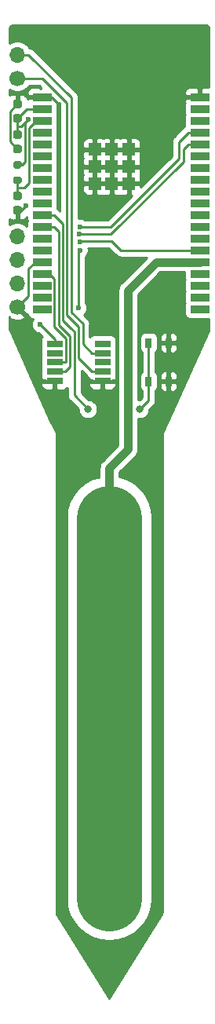
<source format=gbr>
%TF.GenerationSoftware,KiCad,Pcbnew,(5.1.9)-1*%
%TF.CreationDate,2021-03-30T21:26:33+02:00*%
%TF.ProjectId,plant,706c616e-742e-46b6-9963-61645f706362,rev?*%
%TF.SameCoordinates,Original*%
%TF.FileFunction,Copper,L1,Top*%
%TF.FilePolarity,Positive*%
%FSLAX46Y46*%
G04 Gerber Fmt 4.6, Leading zero omitted, Abs format (unit mm)*
G04 Created by KiCad (PCBNEW (5.1.9)-1) date 2021-03-30 21:26:33*
%MOMM*%
%LPD*%
G01*
G04 APERTURE LIST*
%TA.AperFunction,SMDPad,CuDef*%
%ADD10R,0.650000X1.050000*%
%TD*%
%TA.AperFunction,SMDPad,CuDef*%
%ADD11R,1.750000X0.700000*%
%TD*%
%TA.AperFunction,SMDPad,CuDef*%
%ADD12R,1.330000X1.330000*%
%TD*%
%TA.AperFunction,SMDPad,CuDef*%
%ADD13R,2.000000X0.900000*%
%TD*%
%TA.AperFunction,ComponentPad*%
%ADD14C,1.700000*%
%TD*%
%TA.AperFunction,ComponentPad*%
%ADD15O,1.700000X1.700000*%
%TD*%
%TA.AperFunction,ViaPad*%
%ADD16C,0.600000*%
%TD*%
%TA.AperFunction,ViaPad*%
%ADD17C,0.800000*%
%TD*%
%TA.AperFunction,Conductor*%
%ADD18C,0.250000*%
%TD*%
%TA.AperFunction,Conductor*%
%ADD19C,7.000000*%
%TD*%
%TA.AperFunction,Conductor*%
%ADD20C,0.900000*%
%TD*%
%TA.AperFunction,Conductor*%
%ADD21C,0.254000*%
%TD*%
%TA.AperFunction,Conductor*%
%ADD22C,0.100000*%
%TD*%
G04 APERTURE END LIST*
D10*
%TO.P,SW1,2*%
%TO.N,Net-(IC1-Pad11)*%
X167073000Y-99230000D03*
X167073000Y-95080000D03*
%TO.P,SW1,1*%
%TO.N,GND*%
X169223000Y-99230000D03*
X169223000Y-95080000D03*
%TD*%
D11*
%TO.P,IC2,10*%
%TO.N,Net-(IC2-Pad10)*%
X162087000Y-95187000D03*
%TO.P,IC2,9*%
%TO.N,Net-(IC2-Pad9)*%
X162087000Y-96187000D03*
%TO.P,IC2,8*%
%TO.N,Net-(IC2-Pad8)*%
X162087000Y-97187000D03*
%TO.P,IC2,7*%
%TO.N,Net-(IC2-Pad7)*%
X162087000Y-98187000D03*
%TO.P,IC2,6*%
%TO.N,GND*%
X162087000Y-99187000D03*
%TO.P,IC2,5*%
X156937000Y-99187000D03*
%TO.P,IC2,4*%
%TO.N,Net-(IC1-Pad12)*%
X156937000Y-98187000D03*
%TO.P,IC2,3*%
%TO.N,Net-(IC1-Pad16)*%
X156937000Y-97187000D03*
%TO.P,IC2,2*%
%TO.N,Net-(IC2-Pad2)*%
X156937000Y-96187000D03*
%TO.P,IC2,1*%
%TO.N,+3V3*%
X156937000Y-95187000D03*
%TD*%
D12*
%TO.P,IC1,47*%
%TO.N,GND*%
X164919000Y-77915000D03*
%TO.P,IC1,46*%
X163084000Y-77915000D03*
%TO.P,IC1,45*%
X161249000Y-77915000D03*
%TO.P,IC1,44*%
X164919000Y-74245000D03*
%TO.P,IC1,43*%
X163084000Y-74245000D03*
%TO.P,IC1,42*%
X161249000Y-74245000D03*
%TO.P,IC1,41*%
X164919000Y-76080000D03*
%TO.P,IC1,40*%
X161249000Y-76080000D03*
%TO.P,IC1,39*%
X163084000Y-76080000D03*
D13*
%TO.P,IC1,38*%
X172584000Y-68580000D03*
%TO.P,IC1,37*%
%TO.N,Net-(IC1-Pad37)*%
X172584000Y-69850000D03*
%TO.P,IC1,36*%
%TO.N,Net-(IC1-Pad36)*%
X172584000Y-71120000D03*
%TO.P,IC1,35*%
%TO.N,Net-(IC1-Pad35)*%
X172584000Y-72390000D03*
%TO.P,IC1,34*%
%TO.N,Net-(IC1-Pad34)*%
X172584000Y-73660000D03*
%TO.P,IC1,33*%
%TO.N,Net-(IC1-Pad33)*%
X172584000Y-74930000D03*
%TO.P,IC1,32*%
%TO.N,Net-(IC1-Pad32)*%
X172584000Y-76200000D03*
%TO.P,IC1,31*%
%TO.N,Net-(IC1-Pad31)*%
X172584000Y-77470000D03*
%TO.P,IC1,30*%
%TO.N,Net-(IC1-Pad30)*%
X172584000Y-78740000D03*
%TO.P,IC1,29*%
%TO.N,Net-(IC1-Pad29)*%
X172584000Y-80010000D03*
%TO.P,IC1,28*%
%TO.N,Net-(IC1-Pad28)*%
X172584000Y-81280000D03*
%TO.P,IC1,27*%
%TO.N,Net-(IC1-Pad27)*%
X172584000Y-82550000D03*
%TO.P,IC1,26*%
%TO.N,Net-(IC1-Pad26)*%
X172584000Y-83820000D03*
%TO.P,IC1,25*%
%TO.N,Net-(IC1-Pad25)*%
X172584000Y-85090000D03*
%TO.P,IC1,24*%
%TO.N,/TOUCH*%
X172584000Y-86360000D03*
%TO.P,IC1,23*%
%TO.N,Net-(IC1-Pad23)*%
X172584000Y-87630000D03*
%TO.P,IC1,22*%
%TO.N,Net-(IC1-Pad22)*%
X172584000Y-88900000D03*
%TO.P,IC1,21*%
%TO.N,Net-(IC1-Pad21)*%
X172584000Y-90170000D03*
%TO.P,IC1,20*%
%TO.N,Net-(IC1-Pad20)*%
X172584000Y-91440000D03*
%TO.P,IC1,19*%
%TO.N,Net-(IC1-Pad19)*%
X155584000Y-91440000D03*
%TO.P,IC1,18*%
%TO.N,Net-(IC1-Pad18)*%
X155584000Y-90170000D03*
%TO.P,IC1,17*%
%TO.N,Net-(IC1-Pad17)*%
X155584000Y-88900000D03*
%TO.P,IC1,16*%
%TO.N,Net-(IC1-Pad16)*%
X155584000Y-87630000D03*
%TO.P,IC1,15*%
%TO.N,GND*%
X155584000Y-86360000D03*
%TO.P,IC1,14*%
%TO.N,Net-(IC1-Pad14)*%
X155584000Y-85090000D03*
%TO.P,IC1,13*%
%TO.N,Net-(IC1-Pad13)*%
X155584000Y-83820000D03*
%TO.P,IC1,12*%
%TO.N,Net-(IC1-Pad12)*%
X155584000Y-82550000D03*
%TO.P,IC1,11*%
%TO.N,Net-(IC1-Pad11)*%
X155584000Y-81280000D03*
%TO.P,IC1,10*%
%TO.N,Net-(IC1-Pad10)*%
X155584000Y-80010000D03*
%TO.P,IC1,9*%
%TO.N,Net-(IC1-Pad9)*%
X155584000Y-78740000D03*
%TO.P,IC1,8*%
%TO.N,Net-(IC1-Pad8)*%
X155584000Y-77470000D03*
%TO.P,IC1,7*%
%TO.N,Net-(IC1-Pad7)*%
X155584000Y-76200000D03*
%TO.P,IC1,6*%
%TO.N,Net-(IC1-Pad6)*%
X155584000Y-74930000D03*
%TO.P,IC1,5*%
%TO.N,Net-(IC1-Pad5)*%
X155584000Y-73660000D03*
%TO.P,IC1,4*%
%TO.N,Net-(IC1-Pad4)*%
X155584000Y-72390000D03*
%TO.P,IC1,3*%
%TO.N,Net-(C1-Pad2)*%
X155584000Y-71120000D03*
%TO.P,IC1,2*%
%TO.N,+3V3*%
X155584000Y-69850000D03*
%TO.P,IC1,1*%
%TO.N,GND*%
X155584000Y-68580000D03*
%TD*%
D14*
%TO.P,J1,1*%
%TO.N,GND*%
X152908000Y-91186000D03*
D15*
%TO.P,J1,2*%
%TO.N,Net-(IC1-Pad25)*%
X152908000Y-88646000D03*
%TO.P,J1,3*%
%TO.N,Net-(IC1-Pad34)*%
X152908000Y-86106000D03*
%TO.P,J1,4*%
%TO.N,Net-(IC1-Pad35)*%
X152908000Y-83566000D03*
%TD*%
%TO.P,J2,2*%
%TO.N,Net-(IC2-Pad9)*%
X152908000Y-64008000D03*
D14*
%TO.P,J2,1*%
%TO.N,Net-(IC2-Pad7)*%
X152908000Y-66548000D03*
%TD*%
%TO.P,R1,1*%
%TO.N,+3V3*%
%TA.AperFunction,SMDPad,CuDef*%
G36*
G01*
X152633000Y-75483000D02*
X153183000Y-75483000D01*
G75*
G02*
X153383000Y-75683000I0J-200000D01*
G01*
X153383000Y-76083000D01*
G75*
G02*
X153183000Y-76283000I-200000J0D01*
G01*
X152633000Y-76283000D01*
G75*
G02*
X152433000Y-76083000I0J200000D01*
G01*
X152433000Y-75683000D01*
G75*
G02*
X152633000Y-75483000I200000J0D01*
G01*
G37*
%TD.AperFunction*%
%TO.P,R1,2*%
%TO.N,Net-(C1-Pad2)*%
%TA.AperFunction,SMDPad,CuDef*%
G36*
G01*
X152633000Y-77133000D02*
X153183000Y-77133000D01*
G75*
G02*
X153383000Y-77333000I0J-200000D01*
G01*
X153383000Y-77733000D01*
G75*
G02*
X153183000Y-77933000I-200000J0D01*
G01*
X152633000Y-77933000D01*
G75*
G02*
X152433000Y-77733000I0J200000D01*
G01*
X152433000Y-77333000D01*
G75*
G02*
X152633000Y-77133000I200000J0D01*
G01*
G37*
%TD.AperFunction*%
%TD*%
%TO.P,C3,1*%
%TO.N,GND*%
%TA.AperFunction,SMDPad,CuDef*%
G36*
G01*
X153158000Y-74631000D02*
X152658000Y-74631000D01*
G75*
G02*
X152433000Y-74406000I0J225000D01*
G01*
X152433000Y-73956000D01*
G75*
G02*
X152658000Y-73731000I225000J0D01*
G01*
X153158000Y-73731000D01*
G75*
G02*
X153383000Y-73956000I0J-225000D01*
G01*
X153383000Y-74406000D01*
G75*
G02*
X153158000Y-74631000I-225000J0D01*
G01*
G37*
%TD.AperFunction*%
%TO.P,C3,2*%
%TO.N,+3V3*%
%TA.AperFunction,SMDPad,CuDef*%
G36*
G01*
X153158000Y-73081000D02*
X152658000Y-73081000D01*
G75*
G02*
X152433000Y-72856000I0J225000D01*
G01*
X152433000Y-72406000D01*
G75*
G02*
X152658000Y-72181000I225000J0D01*
G01*
X153158000Y-72181000D01*
G75*
G02*
X153383000Y-72406000I0J-225000D01*
G01*
X153383000Y-72856000D01*
G75*
G02*
X153158000Y-73081000I-225000J0D01*
G01*
G37*
%TD.AperFunction*%
%TD*%
%TO.P,C2,1*%
%TO.N,GND*%
%TA.AperFunction,SMDPad,CuDef*%
G36*
G01*
X152658000Y-68879000D02*
X153158000Y-68879000D01*
G75*
G02*
X153383000Y-69104000I0J-225000D01*
G01*
X153383000Y-69554000D01*
G75*
G02*
X153158000Y-69779000I-225000J0D01*
G01*
X152658000Y-69779000D01*
G75*
G02*
X152433000Y-69554000I0J225000D01*
G01*
X152433000Y-69104000D01*
G75*
G02*
X152658000Y-68879000I225000J0D01*
G01*
G37*
%TD.AperFunction*%
%TO.P,C2,2*%
%TO.N,+3V3*%
%TA.AperFunction,SMDPad,CuDef*%
G36*
G01*
X152658000Y-70429000D02*
X153158000Y-70429000D01*
G75*
G02*
X153383000Y-70654000I0J-225000D01*
G01*
X153383000Y-71104000D01*
G75*
G02*
X153158000Y-71329000I-225000J0D01*
G01*
X152658000Y-71329000D01*
G75*
G02*
X152433000Y-71104000I0J225000D01*
G01*
X152433000Y-70654000D01*
G75*
G02*
X152658000Y-70429000I225000J0D01*
G01*
G37*
%TD.AperFunction*%
%TD*%
%TO.P,C1,1*%
%TO.N,GND*%
%TA.AperFunction,SMDPad,CuDef*%
G36*
G01*
X153158000Y-81235000D02*
X152658000Y-81235000D01*
G75*
G02*
X152433000Y-81010000I0J225000D01*
G01*
X152433000Y-80560000D01*
G75*
G02*
X152658000Y-80335000I225000J0D01*
G01*
X153158000Y-80335000D01*
G75*
G02*
X153383000Y-80560000I0J-225000D01*
G01*
X153383000Y-81010000D01*
G75*
G02*
X153158000Y-81235000I-225000J0D01*
G01*
G37*
%TD.AperFunction*%
%TO.P,C1,2*%
%TO.N,Net-(C1-Pad2)*%
%TA.AperFunction,SMDPad,CuDef*%
G36*
G01*
X153158000Y-79685000D02*
X152658000Y-79685000D01*
G75*
G02*
X152433000Y-79460000I0J225000D01*
G01*
X152433000Y-79010000D01*
G75*
G02*
X152658000Y-78785000I225000J0D01*
G01*
X153158000Y-78785000D01*
G75*
G02*
X153383000Y-79010000I0J-225000D01*
G01*
X153383000Y-79460000D01*
G75*
G02*
X153158000Y-79685000I-225000J0D01*
G01*
G37*
%TD.AperFunction*%
%TD*%
D16*
%TO.N,Net-(IC1-Pad35)*%
X159640235Y-82583719D03*
%TO.N,Net-(IC1-Pad34)*%
X159622540Y-83383535D03*
%TO.N,Net-(IC1-Pad25)*%
X159639000Y-84200994D03*
D17*
%TO.N,Net-(IC1-Pad11)*%
X160528000Y-102235000D03*
X166116000Y-102235006D03*
D16*
%TO.N,GND*%
X170942000Y-68580000D03*
X153797000Y-80264000D03*
X153924000Y-68326000D03*
X157353000Y-69342000D03*
%TO.N,+3V3*%
X154051000Y-70993000D03*
X159512000Y-91313000D03*
X159639000Y-85090000D03*
X155321000Y-93091000D03*
%TD*%
D18*
%TO.N,Net-(IC1-Pad35)*%
X172584000Y-72390000D02*
X171334000Y-72390000D01*
X170307000Y-75257501D02*
X162980782Y-82583719D01*
X171334000Y-72390000D02*
X170307000Y-73417000D01*
X170307000Y-73417000D02*
X170307000Y-75257501D01*
X162980782Y-82583719D02*
X159640235Y-82583719D01*
%TO.N,Net-(IC1-Pad34)*%
X170815000Y-75565000D02*
X162996465Y-83383535D01*
X162996465Y-83383535D02*
X159622540Y-83383535D01*
X172584000Y-73660000D02*
X171323000Y-73660000D01*
X171323000Y-73660000D02*
X170815000Y-74168000D01*
X170815000Y-74168000D02*
X170815000Y-75565000D01*
%TO.N,Net-(IC1-Pad25)*%
X159765994Y-84074000D02*
X159639000Y-84200994D01*
X163068000Y-84074000D02*
X159765994Y-84074000D01*
X164084000Y-85090000D02*
X163068000Y-84074000D01*
X172584000Y-85090000D02*
X164084000Y-85090000D01*
%TO.N,Net-(IC1-Pad16)*%
X158137001Y-94576999D02*
X156909001Y-93348999D01*
X156937000Y-97187000D02*
X158062000Y-97187000D01*
X156909001Y-93348999D02*
X156909001Y-88189999D01*
X156909001Y-88189999D02*
X156349002Y-87630000D01*
X158062000Y-97187000D02*
X158137001Y-97111999D01*
X156349002Y-87630000D02*
X155584000Y-87630000D01*
X158137001Y-97111999D02*
X158137001Y-94576999D01*
%TO.N,Net-(IC1-Pad12)*%
X157359012Y-93162599D02*
X157359012Y-83075012D01*
X158587012Y-97661988D02*
X158587012Y-94390599D01*
X158587012Y-94390599D02*
X157359012Y-93162599D01*
X158062000Y-98187000D02*
X158587012Y-97661988D01*
X156937000Y-98187000D02*
X158062000Y-98187000D01*
X157359012Y-83075012D02*
X156834000Y-82550000D01*
X156834000Y-82550000D02*
X155584000Y-82550000D01*
%TO.N,Net-(IC1-Pad11)*%
X167073000Y-99230000D02*
X167073000Y-95080000D01*
X157809023Y-92658013D02*
X158623000Y-93471990D01*
X157809023Y-82255023D02*
X157809023Y-92658013D01*
X156834000Y-81280000D02*
X157809023Y-82255023D01*
X155584000Y-81280000D02*
X156834000Y-81280000D01*
X159037022Y-100744022D02*
X160528000Y-102235000D01*
X159037022Y-93886012D02*
X159037022Y-100744022D01*
X158623000Y-93471990D02*
X159037022Y-93886012D01*
X167073000Y-99230000D02*
X167073000Y-101278006D01*
X167073000Y-101278006D02*
X166116000Y-102235006D01*
%TO.N,Net-(IC2-Pad9)*%
X154110081Y-64008000D02*
X152908000Y-64008000D01*
X159962011Y-93033011D02*
X158709045Y-91780045D01*
X158709045Y-68606964D02*
X154110081Y-64008000D01*
X159962011Y-95187011D02*
X159962011Y-93033011D01*
X160962000Y-96187000D02*
X159962011Y-95187011D01*
X158709045Y-91780045D02*
X158709045Y-68606964D01*
X162087000Y-96187000D02*
X160962000Y-96187000D01*
%TO.N,Net-(IC2-Pad7)*%
X155587002Y-66548000D02*
X152908000Y-66548000D01*
X160962000Y-98187000D02*
X159512000Y-96737000D01*
X158259034Y-92092034D02*
X158259034Y-69220032D01*
X162087000Y-98187000D02*
X160962000Y-98187000D01*
X159512000Y-96737000D02*
X159512000Y-93345000D01*
X159512000Y-93345000D02*
X158259034Y-92092034D01*
X158259034Y-69220032D02*
X155587002Y-66548000D01*
%TO.N,Net-(C1-Pad2)*%
X152908000Y-78359000D02*
X152908000Y-77533000D01*
X152908000Y-79235000D02*
X152908000Y-78359000D01*
X153670000Y-78359000D02*
X152908000Y-78359000D01*
X154178000Y-77851000D02*
X153670000Y-78359000D01*
X154178000Y-71882000D02*
X154178000Y-77851000D01*
X154940000Y-71120000D02*
X154178000Y-71882000D01*
X155584000Y-71120000D02*
X154940000Y-71120000D01*
%TO.N,GND*%
X153276000Y-80785000D02*
X153797000Y-80264000D01*
X152908000Y-80785000D02*
X153276000Y-80785000D01*
X152107990Y-70129010D02*
X152908000Y-69329000D01*
X152107990Y-73380990D02*
X152107990Y-70129010D01*
X152908000Y-74181000D02*
X152107990Y-73380990D01*
X154083001Y-90010999D02*
X152908000Y-91186000D01*
X154083001Y-87095997D02*
X154083001Y-90010999D01*
X154818998Y-86360000D02*
X154083001Y-87095997D01*
X155584000Y-86360000D02*
X154818998Y-86360000D01*
X156591000Y-68580000D02*
X157353000Y-69342000D01*
X155584000Y-68580000D02*
X156591000Y-68580000D01*
%TO.N,+3V3*%
X153937000Y-69850000D02*
X152908000Y-70879000D01*
X155584000Y-69850000D02*
X153937000Y-69850000D01*
X153289000Y-71755000D02*
X154051000Y-70993000D01*
X152908000Y-71755000D02*
X153289000Y-71755000D01*
X152908000Y-72631000D02*
X152908000Y-71755000D01*
X152908000Y-71755000D02*
X152908000Y-70879000D01*
X153708010Y-71335990D02*
X154051000Y-70993000D01*
X153708010Y-75557990D02*
X153708010Y-71335990D01*
X153383000Y-75883000D02*
X153708010Y-75557990D01*
X152908000Y-75883000D02*
X153383000Y-75883000D01*
X159512000Y-85217000D02*
X159639000Y-85090000D01*
X159512000Y-91313000D02*
X159512000Y-85217000D01*
X156937000Y-95187000D02*
X156937000Y-94707000D01*
X156937000Y-94707000D02*
X155321000Y-93091000D01*
D19*
%TO.N,/TOUCH*%
X162813999Y-154940000D02*
X162813999Y-113998000D01*
D20*
X167894000Y-86360000D02*
X172584000Y-86360000D01*
X164846000Y-89408000D02*
X167894000Y-86360000D01*
X164846000Y-106553000D02*
X164846000Y-89408000D01*
X162813999Y-108585001D02*
X164846000Y-106553000D01*
X162813999Y-113998000D02*
X162813999Y-108585001D01*
%TD*%
D21*
%TO.N,GND*%
X161496428Y-107704628D02*
X161349992Y-107978590D01*
X161259818Y-108275855D01*
X161229369Y-108585001D01*
X161237000Y-108662478D01*
X161237000Y-109641176D01*
X161034756Y-109702526D01*
X160230938Y-110132175D01*
X159526386Y-110710386D01*
X158948175Y-111414938D01*
X158518526Y-112218756D01*
X158253949Y-113090949D01*
X158187000Y-113770692D01*
X158186999Y-155167307D01*
X158253948Y-155847050D01*
X158518525Y-156719243D01*
X158948174Y-157523061D01*
X159526385Y-158227614D01*
X160230937Y-158805825D01*
X161034755Y-159235474D01*
X161906948Y-159500051D01*
X162813999Y-159589388D01*
X163721049Y-159500051D01*
X164593242Y-159235474D01*
X165397060Y-158805825D01*
X166101613Y-158227614D01*
X166679824Y-157523062D01*
X167109473Y-156719244D01*
X167374050Y-155847051D01*
X167440999Y-155167308D01*
X167440999Y-113770692D01*
X167374050Y-113090949D01*
X167109473Y-112218756D01*
X166679824Y-111414938D01*
X166101613Y-110710386D01*
X165397061Y-110132175D01*
X164593243Y-109702526D01*
X164390999Y-109641176D01*
X164390999Y-109238215D01*
X165906322Y-107722892D01*
X165966503Y-107673503D01*
X166052266Y-107569000D01*
X168520000Y-107569000D01*
X168520001Y-156530387D01*
X168512488Y-156612171D01*
X168504485Y-156639280D01*
X168475345Y-156696404D01*
X162814000Y-165769938D01*
X157155972Y-156701722D01*
X157120835Y-156630956D01*
X157113424Y-156603686D01*
X157108000Y-156536662D01*
X157108000Y-107569000D01*
X161607735Y-107569000D01*
X161496428Y-107704628D01*
%TA.AperFunction,Conductor*%
D22*
G36*
X161496428Y-107704628D02*
G01*
X161349992Y-107978590D01*
X161259818Y-108275855D01*
X161229369Y-108585001D01*
X161237000Y-108662478D01*
X161237000Y-109641176D01*
X161034756Y-109702526D01*
X160230938Y-110132175D01*
X159526386Y-110710386D01*
X158948175Y-111414938D01*
X158518526Y-112218756D01*
X158253949Y-113090949D01*
X158187000Y-113770692D01*
X158186999Y-155167307D01*
X158253948Y-155847050D01*
X158518525Y-156719243D01*
X158948174Y-157523061D01*
X159526385Y-158227614D01*
X160230937Y-158805825D01*
X161034755Y-159235474D01*
X161906948Y-159500051D01*
X162813999Y-159589388D01*
X163721049Y-159500051D01*
X164593242Y-159235474D01*
X165397060Y-158805825D01*
X166101613Y-158227614D01*
X166679824Y-157523062D01*
X167109473Y-156719244D01*
X167374050Y-155847051D01*
X167440999Y-155167308D01*
X167440999Y-113770692D01*
X167374050Y-113090949D01*
X167109473Y-112218756D01*
X166679824Y-111414938D01*
X166101613Y-110710386D01*
X165397061Y-110132175D01*
X164593243Y-109702526D01*
X164390999Y-109641176D01*
X164390999Y-109238215D01*
X165906322Y-107722892D01*
X165966503Y-107673503D01*
X166052266Y-107569000D01*
X168520000Y-107569000D01*
X168520001Y-156530387D01*
X168512488Y-156612171D01*
X168504485Y-156639280D01*
X168475345Y-156696404D01*
X162814000Y-165769938D01*
X157155972Y-156701722D01*
X157120835Y-156630956D01*
X157113424Y-156603686D01*
X157108000Y-156536662D01*
X157108000Y-107569000D01*
X161607735Y-107569000D01*
X161496428Y-107704628D01*
G37*
%TD.AperFunction*%
%TD*%
D21*
%TO.N,GND*%
X163520200Y-85601002D02*
X163543999Y-85630001D01*
X163572997Y-85653799D01*
X163659723Y-85724974D01*
X163770489Y-85784180D01*
X163791753Y-85795546D01*
X163935014Y-85839003D01*
X164046667Y-85850000D01*
X164046677Y-85850000D01*
X164084000Y-85853676D01*
X164121322Y-85850000D01*
X166869578Y-85850000D01*
X164116470Y-88603109D01*
X164075079Y-88637078D01*
X164041110Y-88678469D01*
X164041105Y-88678474D01*
X164018670Y-88705812D01*
X163939492Y-88802290D01*
X163858575Y-88953675D01*
X163838742Y-88990780D01*
X163776700Y-89195303D01*
X163755752Y-89408000D01*
X163761001Y-89461296D01*
X163761000Y-106103578D01*
X162084469Y-107780110D01*
X162043078Y-107814079D01*
X162009109Y-107855470D01*
X162009104Y-107855475D01*
X161955226Y-107921126D01*
X161907491Y-107979291D01*
X161806741Y-108167781D01*
X161744699Y-108372304D01*
X161723751Y-108585001D01*
X161729000Y-108638297D01*
X161729000Y-109568652D01*
X160975471Y-109702343D01*
X157106942Y-109613597D01*
X157106942Y-104855067D01*
X157102886Y-104823227D01*
X157094312Y-104799854D01*
X156383112Y-103326654D01*
X156374339Y-103311310D01*
X156371494Y-103307843D01*
X154690238Y-99537000D01*
X155423928Y-99537000D01*
X155436188Y-99661482D01*
X155472498Y-99781180D01*
X155531463Y-99891494D01*
X155610815Y-99988185D01*
X155707506Y-100067537D01*
X155817820Y-100126502D01*
X155937518Y-100162812D01*
X156062000Y-100175072D01*
X156651250Y-100172000D01*
X156810000Y-100013250D01*
X156810000Y-99314000D01*
X155585750Y-99314000D01*
X155427000Y-99472750D01*
X155423928Y-99537000D01*
X154690238Y-99537000D01*
X152109564Y-93748878D01*
X152062158Y-93606059D01*
X152044000Y-93461564D01*
X152044000Y-92229608D01*
X152059209Y-92214399D01*
X152136843Y-92463472D01*
X152400883Y-92589371D01*
X152684411Y-92661339D01*
X152976531Y-92676611D01*
X153266019Y-92634599D01*
X153541747Y-92536919D01*
X153679157Y-92463472D01*
X153756792Y-92214397D01*
X152908000Y-91365605D01*
X152893858Y-91379748D01*
X152714253Y-91200143D01*
X152728395Y-91186000D01*
X152714253Y-91171858D01*
X152893858Y-90992253D01*
X152908000Y-91006395D01*
X152922143Y-90992253D01*
X153101748Y-91171858D01*
X153087605Y-91186000D01*
X153936397Y-92034792D01*
X153961934Y-92026832D01*
X153994498Y-92134180D01*
X154053463Y-92244494D01*
X154132815Y-92341185D01*
X154229506Y-92420537D01*
X154339820Y-92479502D01*
X154459518Y-92515812D01*
X154573324Y-92527021D01*
X154492414Y-92648111D01*
X154421932Y-92818271D01*
X154386000Y-92998911D01*
X154386000Y-93183089D01*
X154421932Y-93363729D01*
X154492414Y-93533889D01*
X154594738Y-93687028D01*
X154724972Y-93817262D01*
X154878111Y-93919586D01*
X155048271Y-93990068D01*
X155169351Y-94014153D01*
X155579352Y-94424153D01*
X155531463Y-94482506D01*
X155472498Y-94592820D01*
X155436188Y-94712518D01*
X155423928Y-94837000D01*
X155423928Y-95537000D01*
X155436188Y-95661482D01*
X155443929Y-95687000D01*
X155436188Y-95712518D01*
X155423928Y-95837000D01*
X155423928Y-96537000D01*
X155436188Y-96661482D01*
X155443929Y-96687000D01*
X155436188Y-96712518D01*
X155423928Y-96837000D01*
X155423928Y-97537000D01*
X155436188Y-97661482D01*
X155443929Y-97687000D01*
X155436188Y-97712518D01*
X155423928Y-97837000D01*
X155423928Y-98537000D01*
X155436188Y-98661482D01*
X155443929Y-98687000D01*
X155436188Y-98712518D01*
X155423928Y-98837000D01*
X155427000Y-98901250D01*
X155585750Y-99060000D01*
X155698322Y-99060000D01*
X155707506Y-99067537D01*
X155817820Y-99126502D01*
X155937518Y-99162812D01*
X156062000Y-99175072D01*
X157084000Y-99175072D01*
X157084000Y-99314000D01*
X157064000Y-99314000D01*
X157064000Y-100013250D01*
X157222750Y-100172000D01*
X157812000Y-100175072D01*
X157936482Y-100162812D01*
X158056180Y-100126502D01*
X158166494Y-100067537D01*
X158263185Y-99988185D01*
X158277023Y-99971323D01*
X158277023Y-100706690D01*
X158273346Y-100744022D01*
X158288020Y-100893007D01*
X158331476Y-101036268D01*
X158402048Y-101168298D01*
X158473223Y-101255024D01*
X158497022Y-101284023D01*
X158526020Y-101307821D01*
X159493000Y-102274802D01*
X159493000Y-102336939D01*
X159532774Y-102536898D01*
X159610795Y-102725256D01*
X159724063Y-102894774D01*
X159868226Y-103038937D01*
X160037744Y-103152205D01*
X160226102Y-103230226D01*
X160426061Y-103270000D01*
X160629939Y-103270000D01*
X160829898Y-103230226D01*
X161018256Y-103152205D01*
X161187774Y-103038937D01*
X161331937Y-102894774D01*
X161445205Y-102725256D01*
X161523226Y-102536898D01*
X161563000Y-102336939D01*
X161563000Y-102133061D01*
X161523226Y-101933102D01*
X161445205Y-101744744D01*
X161331937Y-101575226D01*
X161187774Y-101431063D01*
X161018256Y-101317795D01*
X160829898Y-101239774D01*
X160629939Y-101200000D01*
X160567802Y-101200000D01*
X159797022Y-100429221D01*
X159797022Y-99537000D01*
X160573928Y-99537000D01*
X160586188Y-99661482D01*
X160622498Y-99781180D01*
X160681463Y-99891494D01*
X160760815Y-99988185D01*
X160857506Y-100067537D01*
X160967820Y-100126502D01*
X161087518Y-100162812D01*
X161212000Y-100175072D01*
X161801250Y-100172000D01*
X161960000Y-100013250D01*
X161960000Y-99314000D01*
X162214000Y-99314000D01*
X162214000Y-100013250D01*
X162372750Y-100172000D01*
X162962000Y-100175072D01*
X163086482Y-100162812D01*
X163206180Y-100126502D01*
X163316494Y-100067537D01*
X163413185Y-99988185D01*
X163492537Y-99891494D01*
X163551502Y-99781180D01*
X163587812Y-99661482D01*
X163600072Y-99537000D01*
X163597000Y-99472750D01*
X163438250Y-99314000D01*
X162214000Y-99314000D01*
X161960000Y-99314000D01*
X160735750Y-99314000D01*
X160577000Y-99472750D01*
X160573928Y-99537000D01*
X159797022Y-99537000D01*
X159797022Y-98096824D01*
X160398201Y-98698003D01*
X160421999Y-98727001D01*
X160537724Y-98821974D01*
X160574140Y-98841439D01*
X160577000Y-98901250D01*
X160735750Y-99060000D01*
X160848322Y-99060000D01*
X160857506Y-99067537D01*
X160967820Y-99126502D01*
X161087518Y-99162812D01*
X161212000Y-99175072D01*
X162962000Y-99175072D01*
X163086482Y-99162812D01*
X163206180Y-99126502D01*
X163316494Y-99067537D01*
X163325678Y-99060000D01*
X163438250Y-99060000D01*
X163597000Y-98901250D01*
X163600072Y-98837000D01*
X163587812Y-98712518D01*
X163580071Y-98687000D01*
X163587812Y-98661482D01*
X163600072Y-98537000D01*
X163600072Y-97837000D01*
X163587812Y-97712518D01*
X163580071Y-97687000D01*
X163587812Y-97661482D01*
X163600072Y-97537000D01*
X163600072Y-96837000D01*
X163587812Y-96712518D01*
X163580071Y-96687000D01*
X163587812Y-96661482D01*
X163600072Y-96537000D01*
X163600072Y-95837000D01*
X163587812Y-95712518D01*
X163580071Y-95687000D01*
X163587812Y-95661482D01*
X163600072Y-95537000D01*
X163600072Y-94837000D01*
X163587812Y-94712518D01*
X163551502Y-94592820D01*
X163492537Y-94482506D01*
X163413185Y-94385815D01*
X163316494Y-94306463D01*
X163206180Y-94247498D01*
X163086482Y-94211188D01*
X162962000Y-94198928D01*
X161212000Y-94198928D01*
X161087518Y-94211188D01*
X160967820Y-94247498D01*
X160857506Y-94306463D01*
X160760815Y-94385815D01*
X160722011Y-94433098D01*
X160722011Y-93070344D01*
X160725688Y-93033011D01*
X160711014Y-92884025D01*
X160667557Y-92740764D01*
X160596985Y-92608735D01*
X160525810Y-92522008D01*
X160502012Y-92493010D01*
X160473014Y-92469212D01*
X160069085Y-92065283D01*
X160108028Y-92039262D01*
X160238262Y-91909028D01*
X160340586Y-91755889D01*
X160411068Y-91585729D01*
X160447000Y-91405089D01*
X160447000Y-91220911D01*
X160411068Y-91040271D01*
X160340586Y-90870111D01*
X160272000Y-90767465D01*
X160272000Y-85779290D01*
X160365262Y-85686028D01*
X160467586Y-85532889D01*
X160538068Y-85362729D01*
X160574000Y-85182089D01*
X160574000Y-84997911D01*
X160541396Y-84834000D01*
X162753199Y-84834000D01*
X163520200Y-85601002D01*
%TA.AperFunction,Conductor*%
D22*
G36*
X163520200Y-85601002D02*
G01*
X163543999Y-85630001D01*
X163572997Y-85653799D01*
X163659723Y-85724974D01*
X163770489Y-85784180D01*
X163791753Y-85795546D01*
X163935014Y-85839003D01*
X164046667Y-85850000D01*
X164046677Y-85850000D01*
X164084000Y-85853676D01*
X164121322Y-85850000D01*
X166869578Y-85850000D01*
X164116470Y-88603109D01*
X164075079Y-88637078D01*
X164041110Y-88678469D01*
X164041105Y-88678474D01*
X164018670Y-88705812D01*
X163939492Y-88802290D01*
X163858575Y-88953675D01*
X163838742Y-88990780D01*
X163776700Y-89195303D01*
X163755752Y-89408000D01*
X163761001Y-89461296D01*
X163761000Y-106103578D01*
X162084469Y-107780110D01*
X162043078Y-107814079D01*
X162009109Y-107855470D01*
X162009104Y-107855475D01*
X161955226Y-107921126D01*
X161907491Y-107979291D01*
X161806741Y-108167781D01*
X161744699Y-108372304D01*
X161723751Y-108585001D01*
X161729000Y-108638297D01*
X161729000Y-109568652D01*
X160975471Y-109702343D01*
X157106942Y-109613597D01*
X157106942Y-104855067D01*
X157102886Y-104823227D01*
X157094312Y-104799854D01*
X156383112Y-103326654D01*
X156374339Y-103311310D01*
X156371494Y-103307843D01*
X154690238Y-99537000D01*
X155423928Y-99537000D01*
X155436188Y-99661482D01*
X155472498Y-99781180D01*
X155531463Y-99891494D01*
X155610815Y-99988185D01*
X155707506Y-100067537D01*
X155817820Y-100126502D01*
X155937518Y-100162812D01*
X156062000Y-100175072D01*
X156651250Y-100172000D01*
X156810000Y-100013250D01*
X156810000Y-99314000D01*
X155585750Y-99314000D01*
X155427000Y-99472750D01*
X155423928Y-99537000D01*
X154690238Y-99537000D01*
X152109564Y-93748878D01*
X152062158Y-93606059D01*
X152044000Y-93461564D01*
X152044000Y-92229608D01*
X152059209Y-92214399D01*
X152136843Y-92463472D01*
X152400883Y-92589371D01*
X152684411Y-92661339D01*
X152976531Y-92676611D01*
X153266019Y-92634599D01*
X153541747Y-92536919D01*
X153679157Y-92463472D01*
X153756792Y-92214397D01*
X152908000Y-91365605D01*
X152893858Y-91379748D01*
X152714253Y-91200143D01*
X152728395Y-91186000D01*
X152714253Y-91171858D01*
X152893858Y-90992253D01*
X152908000Y-91006395D01*
X152922143Y-90992253D01*
X153101748Y-91171858D01*
X153087605Y-91186000D01*
X153936397Y-92034792D01*
X153961934Y-92026832D01*
X153994498Y-92134180D01*
X154053463Y-92244494D01*
X154132815Y-92341185D01*
X154229506Y-92420537D01*
X154339820Y-92479502D01*
X154459518Y-92515812D01*
X154573324Y-92527021D01*
X154492414Y-92648111D01*
X154421932Y-92818271D01*
X154386000Y-92998911D01*
X154386000Y-93183089D01*
X154421932Y-93363729D01*
X154492414Y-93533889D01*
X154594738Y-93687028D01*
X154724972Y-93817262D01*
X154878111Y-93919586D01*
X155048271Y-93990068D01*
X155169351Y-94014153D01*
X155579352Y-94424153D01*
X155531463Y-94482506D01*
X155472498Y-94592820D01*
X155436188Y-94712518D01*
X155423928Y-94837000D01*
X155423928Y-95537000D01*
X155436188Y-95661482D01*
X155443929Y-95687000D01*
X155436188Y-95712518D01*
X155423928Y-95837000D01*
X155423928Y-96537000D01*
X155436188Y-96661482D01*
X155443929Y-96687000D01*
X155436188Y-96712518D01*
X155423928Y-96837000D01*
X155423928Y-97537000D01*
X155436188Y-97661482D01*
X155443929Y-97687000D01*
X155436188Y-97712518D01*
X155423928Y-97837000D01*
X155423928Y-98537000D01*
X155436188Y-98661482D01*
X155443929Y-98687000D01*
X155436188Y-98712518D01*
X155423928Y-98837000D01*
X155427000Y-98901250D01*
X155585750Y-99060000D01*
X155698322Y-99060000D01*
X155707506Y-99067537D01*
X155817820Y-99126502D01*
X155937518Y-99162812D01*
X156062000Y-99175072D01*
X157084000Y-99175072D01*
X157084000Y-99314000D01*
X157064000Y-99314000D01*
X157064000Y-100013250D01*
X157222750Y-100172000D01*
X157812000Y-100175072D01*
X157936482Y-100162812D01*
X158056180Y-100126502D01*
X158166494Y-100067537D01*
X158263185Y-99988185D01*
X158277023Y-99971323D01*
X158277023Y-100706690D01*
X158273346Y-100744022D01*
X158288020Y-100893007D01*
X158331476Y-101036268D01*
X158402048Y-101168298D01*
X158473223Y-101255024D01*
X158497022Y-101284023D01*
X158526020Y-101307821D01*
X159493000Y-102274802D01*
X159493000Y-102336939D01*
X159532774Y-102536898D01*
X159610795Y-102725256D01*
X159724063Y-102894774D01*
X159868226Y-103038937D01*
X160037744Y-103152205D01*
X160226102Y-103230226D01*
X160426061Y-103270000D01*
X160629939Y-103270000D01*
X160829898Y-103230226D01*
X161018256Y-103152205D01*
X161187774Y-103038937D01*
X161331937Y-102894774D01*
X161445205Y-102725256D01*
X161523226Y-102536898D01*
X161563000Y-102336939D01*
X161563000Y-102133061D01*
X161523226Y-101933102D01*
X161445205Y-101744744D01*
X161331937Y-101575226D01*
X161187774Y-101431063D01*
X161018256Y-101317795D01*
X160829898Y-101239774D01*
X160629939Y-101200000D01*
X160567802Y-101200000D01*
X159797022Y-100429221D01*
X159797022Y-99537000D01*
X160573928Y-99537000D01*
X160586188Y-99661482D01*
X160622498Y-99781180D01*
X160681463Y-99891494D01*
X160760815Y-99988185D01*
X160857506Y-100067537D01*
X160967820Y-100126502D01*
X161087518Y-100162812D01*
X161212000Y-100175072D01*
X161801250Y-100172000D01*
X161960000Y-100013250D01*
X161960000Y-99314000D01*
X162214000Y-99314000D01*
X162214000Y-100013250D01*
X162372750Y-100172000D01*
X162962000Y-100175072D01*
X163086482Y-100162812D01*
X163206180Y-100126502D01*
X163316494Y-100067537D01*
X163413185Y-99988185D01*
X163492537Y-99891494D01*
X163551502Y-99781180D01*
X163587812Y-99661482D01*
X163600072Y-99537000D01*
X163597000Y-99472750D01*
X163438250Y-99314000D01*
X162214000Y-99314000D01*
X161960000Y-99314000D01*
X160735750Y-99314000D01*
X160577000Y-99472750D01*
X160573928Y-99537000D01*
X159797022Y-99537000D01*
X159797022Y-98096824D01*
X160398201Y-98698003D01*
X160421999Y-98727001D01*
X160537724Y-98821974D01*
X160574140Y-98841439D01*
X160577000Y-98901250D01*
X160735750Y-99060000D01*
X160848322Y-99060000D01*
X160857506Y-99067537D01*
X160967820Y-99126502D01*
X161087518Y-99162812D01*
X161212000Y-99175072D01*
X162962000Y-99175072D01*
X163086482Y-99162812D01*
X163206180Y-99126502D01*
X163316494Y-99067537D01*
X163325678Y-99060000D01*
X163438250Y-99060000D01*
X163597000Y-98901250D01*
X163600072Y-98837000D01*
X163587812Y-98712518D01*
X163580071Y-98687000D01*
X163587812Y-98661482D01*
X163600072Y-98537000D01*
X163600072Y-97837000D01*
X163587812Y-97712518D01*
X163580071Y-97687000D01*
X163587812Y-97661482D01*
X163600072Y-97537000D01*
X163600072Y-96837000D01*
X163587812Y-96712518D01*
X163580071Y-96687000D01*
X163587812Y-96661482D01*
X163600072Y-96537000D01*
X163600072Y-95837000D01*
X163587812Y-95712518D01*
X163580071Y-95687000D01*
X163587812Y-95661482D01*
X163600072Y-95537000D01*
X163600072Y-94837000D01*
X163587812Y-94712518D01*
X163551502Y-94592820D01*
X163492537Y-94482506D01*
X163413185Y-94385815D01*
X163316494Y-94306463D01*
X163206180Y-94247498D01*
X163086482Y-94211188D01*
X162962000Y-94198928D01*
X161212000Y-94198928D01*
X161087518Y-94211188D01*
X160967820Y-94247498D01*
X160857506Y-94306463D01*
X160760815Y-94385815D01*
X160722011Y-94433098D01*
X160722011Y-93070344D01*
X160725688Y-93033011D01*
X160711014Y-92884025D01*
X160667557Y-92740764D01*
X160596985Y-92608735D01*
X160525810Y-92522008D01*
X160502012Y-92493010D01*
X160473014Y-92469212D01*
X160069085Y-92065283D01*
X160108028Y-92039262D01*
X160238262Y-91909028D01*
X160340586Y-91755889D01*
X160411068Y-91585729D01*
X160447000Y-91405089D01*
X160447000Y-91220911D01*
X160411068Y-91040271D01*
X160340586Y-90870111D01*
X160272000Y-90767465D01*
X160272000Y-85779290D01*
X160365262Y-85686028D01*
X160467586Y-85532889D01*
X160538068Y-85362729D01*
X160574000Y-85182089D01*
X160574000Y-84997911D01*
X160541396Y-84834000D01*
X162753199Y-84834000D01*
X163520200Y-85601002D01*
G37*
%TD.AperFunction*%
D21*
X170945928Y-88080000D02*
X170958188Y-88204482D01*
X170976546Y-88265000D01*
X170958188Y-88325518D01*
X170945928Y-88450000D01*
X170945928Y-89350000D01*
X170958188Y-89474482D01*
X170976546Y-89535000D01*
X170958188Y-89595518D01*
X170945928Y-89720000D01*
X170945928Y-90620000D01*
X170958188Y-90744482D01*
X170976546Y-90805000D01*
X170958188Y-90865518D01*
X170945928Y-90990000D01*
X170945928Y-91890000D01*
X170958188Y-92014482D01*
X170994498Y-92134180D01*
X171053463Y-92244494D01*
X171132815Y-92341185D01*
X171229506Y-92420537D01*
X171339820Y-92479502D01*
X171459518Y-92515812D01*
X171584000Y-92528072D01*
X173584000Y-92528072D01*
X173584000Y-93439721D01*
X173569278Y-93589869D01*
X173527215Y-93729187D01*
X169253815Y-103313880D01*
X169247750Y-103323819D01*
X168536550Y-104797019D01*
X168526360Y-104827456D01*
X168523920Y-104852232D01*
X168523920Y-109617441D01*
X164654707Y-109702309D01*
X163898999Y-109542448D01*
X163898999Y-109034422D01*
X165575531Y-107357891D01*
X165616922Y-107323922D01*
X165650891Y-107282531D01*
X165650895Y-107282527D01*
X165752508Y-107158711D01*
X165853258Y-106970221D01*
X165853259Y-106970220D01*
X165915300Y-106765697D01*
X165931000Y-106606294D01*
X165931000Y-106606287D01*
X165936248Y-106553001D01*
X165931000Y-106499715D01*
X165931000Y-103253484D01*
X166014061Y-103270006D01*
X166217939Y-103270006D01*
X166417898Y-103230232D01*
X166606256Y-103152211D01*
X166775774Y-103038943D01*
X166919937Y-102894780D01*
X167033205Y-102725262D01*
X167111226Y-102536904D01*
X167151000Y-102336945D01*
X167151000Y-102274808D01*
X167584008Y-101841801D01*
X167613001Y-101818007D01*
X167636795Y-101789014D01*
X167636799Y-101789010D01*
X167707973Y-101702283D01*
X167707974Y-101702282D01*
X167778546Y-101570253D01*
X167822003Y-101426992D01*
X167833000Y-101315339D01*
X167833000Y-101315330D01*
X167836676Y-101278007D01*
X167833000Y-101240684D01*
X167833000Y-100219468D01*
X167849185Y-100206185D01*
X167928537Y-100109494D01*
X167987502Y-99999180D01*
X168023812Y-99879482D01*
X168036072Y-99755000D01*
X168259928Y-99755000D01*
X168272188Y-99879482D01*
X168308498Y-99999180D01*
X168367463Y-100109494D01*
X168446815Y-100206185D01*
X168543506Y-100285537D01*
X168653820Y-100344502D01*
X168773518Y-100380812D01*
X168898000Y-100393072D01*
X168937250Y-100390000D01*
X169096000Y-100231250D01*
X169096000Y-99357000D01*
X169350000Y-99357000D01*
X169350000Y-100231250D01*
X169508750Y-100390000D01*
X169548000Y-100393072D01*
X169672482Y-100380812D01*
X169792180Y-100344502D01*
X169902494Y-100285537D01*
X169999185Y-100206185D01*
X170078537Y-100109494D01*
X170137502Y-99999180D01*
X170173812Y-99879482D01*
X170186072Y-99755000D01*
X170183000Y-99515750D01*
X170024250Y-99357000D01*
X169350000Y-99357000D01*
X169096000Y-99357000D01*
X168421750Y-99357000D01*
X168263000Y-99515750D01*
X168259928Y-99755000D01*
X168036072Y-99755000D01*
X168036072Y-98705000D01*
X168259928Y-98705000D01*
X168263000Y-98944250D01*
X168421750Y-99103000D01*
X169096000Y-99103000D01*
X169096000Y-98228750D01*
X169350000Y-98228750D01*
X169350000Y-99103000D01*
X170024250Y-99103000D01*
X170183000Y-98944250D01*
X170186072Y-98705000D01*
X170173812Y-98580518D01*
X170137502Y-98460820D01*
X170078537Y-98350506D01*
X169999185Y-98253815D01*
X169902494Y-98174463D01*
X169792180Y-98115498D01*
X169672482Y-98079188D01*
X169548000Y-98066928D01*
X169508750Y-98070000D01*
X169350000Y-98228750D01*
X169096000Y-98228750D01*
X168937250Y-98070000D01*
X168898000Y-98066928D01*
X168773518Y-98079188D01*
X168653820Y-98115498D01*
X168543506Y-98174463D01*
X168446815Y-98253815D01*
X168367463Y-98350506D01*
X168308498Y-98460820D01*
X168272188Y-98580518D01*
X168259928Y-98705000D01*
X168036072Y-98705000D01*
X168023812Y-98580518D01*
X167987502Y-98460820D01*
X167928537Y-98350506D01*
X167849185Y-98253815D01*
X167833000Y-98240532D01*
X167833000Y-96069468D01*
X167849185Y-96056185D01*
X167928537Y-95959494D01*
X167987502Y-95849180D01*
X168023812Y-95729482D01*
X168036072Y-95605000D01*
X168259928Y-95605000D01*
X168272188Y-95729482D01*
X168308498Y-95849180D01*
X168367463Y-95959494D01*
X168446815Y-96056185D01*
X168543506Y-96135537D01*
X168653820Y-96194502D01*
X168773518Y-96230812D01*
X168898000Y-96243072D01*
X168937250Y-96240000D01*
X169096000Y-96081250D01*
X169096000Y-95207000D01*
X169350000Y-95207000D01*
X169350000Y-96081250D01*
X169508750Y-96240000D01*
X169548000Y-96243072D01*
X169672482Y-96230812D01*
X169792180Y-96194502D01*
X169902494Y-96135537D01*
X169999185Y-96056185D01*
X170078537Y-95959494D01*
X170137502Y-95849180D01*
X170173812Y-95729482D01*
X170186072Y-95605000D01*
X170183000Y-95365750D01*
X170024250Y-95207000D01*
X169350000Y-95207000D01*
X169096000Y-95207000D01*
X168421750Y-95207000D01*
X168263000Y-95365750D01*
X168259928Y-95605000D01*
X168036072Y-95605000D01*
X168036072Y-94555000D01*
X168259928Y-94555000D01*
X168263000Y-94794250D01*
X168421750Y-94953000D01*
X169096000Y-94953000D01*
X169096000Y-94078750D01*
X169350000Y-94078750D01*
X169350000Y-94953000D01*
X170024250Y-94953000D01*
X170183000Y-94794250D01*
X170186072Y-94555000D01*
X170173812Y-94430518D01*
X170137502Y-94310820D01*
X170078537Y-94200506D01*
X169999185Y-94103815D01*
X169902494Y-94024463D01*
X169792180Y-93965498D01*
X169672482Y-93929188D01*
X169548000Y-93916928D01*
X169508750Y-93920000D01*
X169350000Y-94078750D01*
X169096000Y-94078750D01*
X168937250Y-93920000D01*
X168898000Y-93916928D01*
X168773518Y-93929188D01*
X168653820Y-93965498D01*
X168543506Y-94024463D01*
X168446815Y-94103815D01*
X168367463Y-94200506D01*
X168308498Y-94310820D01*
X168272188Y-94430518D01*
X168259928Y-94555000D01*
X168036072Y-94555000D01*
X168023812Y-94430518D01*
X167987502Y-94310820D01*
X167928537Y-94200506D01*
X167849185Y-94103815D01*
X167752494Y-94024463D01*
X167642180Y-93965498D01*
X167522482Y-93929188D01*
X167398000Y-93916928D01*
X166748000Y-93916928D01*
X166623518Y-93929188D01*
X166503820Y-93965498D01*
X166393506Y-94024463D01*
X166296815Y-94103815D01*
X166217463Y-94200506D01*
X166158498Y-94310820D01*
X166122188Y-94430518D01*
X166109928Y-94555000D01*
X166109928Y-95605000D01*
X166122188Y-95729482D01*
X166158498Y-95849180D01*
X166217463Y-95959494D01*
X166296815Y-96056185D01*
X166313001Y-96069468D01*
X166313000Y-98240532D01*
X166296815Y-98253815D01*
X166217463Y-98350506D01*
X166158498Y-98460820D01*
X166122188Y-98580518D01*
X166109928Y-98705000D01*
X166109928Y-99755000D01*
X166122188Y-99879482D01*
X166158498Y-99999180D01*
X166217463Y-100109494D01*
X166296815Y-100206185D01*
X166313000Y-100219468D01*
X166313001Y-100963203D01*
X166076198Y-101200006D01*
X166014061Y-101200006D01*
X165931000Y-101216528D01*
X165931000Y-89857421D01*
X168343422Y-87445000D01*
X170945928Y-87445000D01*
X170945928Y-88080000D01*
%TA.AperFunction,Conductor*%
D22*
G36*
X170945928Y-88080000D02*
G01*
X170958188Y-88204482D01*
X170976546Y-88265000D01*
X170958188Y-88325518D01*
X170945928Y-88450000D01*
X170945928Y-89350000D01*
X170958188Y-89474482D01*
X170976546Y-89535000D01*
X170958188Y-89595518D01*
X170945928Y-89720000D01*
X170945928Y-90620000D01*
X170958188Y-90744482D01*
X170976546Y-90805000D01*
X170958188Y-90865518D01*
X170945928Y-90990000D01*
X170945928Y-91890000D01*
X170958188Y-92014482D01*
X170994498Y-92134180D01*
X171053463Y-92244494D01*
X171132815Y-92341185D01*
X171229506Y-92420537D01*
X171339820Y-92479502D01*
X171459518Y-92515812D01*
X171584000Y-92528072D01*
X173584000Y-92528072D01*
X173584000Y-93439721D01*
X173569278Y-93589869D01*
X173527215Y-93729187D01*
X169253815Y-103313880D01*
X169247750Y-103323819D01*
X168536550Y-104797019D01*
X168526360Y-104827456D01*
X168523920Y-104852232D01*
X168523920Y-109617441D01*
X164654707Y-109702309D01*
X163898999Y-109542448D01*
X163898999Y-109034422D01*
X165575531Y-107357891D01*
X165616922Y-107323922D01*
X165650891Y-107282531D01*
X165650895Y-107282527D01*
X165752508Y-107158711D01*
X165853258Y-106970221D01*
X165853259Y-106970220D01*
X165915300Y-106765697D01*
X165931000Y-106606294D01*
X165931000Y-106606287D01*
X165936248Y-106553001D01*
X165931000Y-106499715D01*
X165931000Y-103253484D01*
X166014061Y-103270006D01*
X166217939Y-103270006D01*
X166417898Y-103230232D01*
X166606256Y-103152211D01*
X166775774Y-103038943D01*
X166919937Y-102894780D01*
X167033205Y-102725262D01*
X167111226Y-102536904D01*
X167151000Y-102336945D01*
X167151000Y-102274808D01*
X167584008Y-101841801D01*
X167613001Y-101818007D01*
X167636795Y-101789014D01*
X167636799Y-101789010D01*
X167707973Y-101702283D01*
X167707974Y-101702282D01*
X167778546Y-101570253D01*
X167822003Y-101426992D01*
X167833000Y-101315339D01*
X167833000Y-101315330D01*
X167836676Y-101278007D01*
X167833000Y-101240684D01*
X167833000Y-100219468D01*
X167849185Y-100206185D01*
X167928537Y-100109494D01*
X167987502Y-99999180D01*
X168023812Y-99879482D01*
X168036072Y-99755000D01*
X168259928Y-99755000D01*
X168272188Y-99879482D01*
X168308498Y-99999180D01*
X168367463Y-100109494D01*
X168446815Y-100206185D01*
X168543506Y-100285537D01*
X168653820Y-100344502D01*
X168773518Y-100380812D01*
X168898000Y-100393072D01*
X168937250Y-100390000D01*
X169096000Y-100231250D01*
X169096000Y-99357000D01*
X169350000Y-99357000D01*
X169350000Y-100231250D01*
X169508750Y-100390000D01*
X169548000Y-100393072D01*
X169672482Y-100380812D01*
X169792180Y-100344502D01*
X169902494Y-100285537D01*
X169999185Y-100206185D01*
X170078537Y-100109494D01*
X170137502Y-99999180D01*
X170173812Y-99879482D01*
X170186072Y-99755000D01*
X170183000Y-99515750D01*
X170024250Y-99357000D01*
X169350000Y-99357000D01*
X169096000Y-99357000D01*
X168421750Y-99357000D01*
X168263000Y-99515750D01*
X168259928Y-99755000D01*
X168036072Y-99755000D01*
X168036072Y-98705000D01*
X168259928Y-98705000D01*
X168263000Y-98944250D01*
X168421750Y-99103000D01*
X169096000Y-99103000D01*
X169096000Y-98228750D01*
X169350000Y-98228750D01*
X169350000Y-99103000D01*
X170024250Y-99103000D01*
X170183000Y-98944250D01*
X170186072Y-98705000D01*
X170173812Y-98580518D01*
X170137502Y-98460820D01*
X170078537Y-98350506D01*
X169999185Y-98253815D01*
X169902494Y-98174463D01*
X169792180Y-98115498D01*
X169672482Y-98079188D01*
X169548000Y-98066928D01*
X169508750Y-98070000D01*
X169350000Y-98228750D01*
X169096000Y-98228750D01*
X168937250Y-98070000D01*
X168898000Y-98066928D01*
X168773518Y-98079188D01*
X168653820Y-98115498D01*
X168543506Y-98174463D01*
X168446815Y-98253815D01*
X168367463Y-98350506D01*
X168308498Y-98460820D01*
X168272188Y-98580518D01*
X168259928Y-98705000D01*
X168036072Y-98705000D01*
X168023812Y-98580518D01*
X167987502Y-98460820D01*
X167928537Y-98350506D01*
X167849185Y-98253815D01*
X167833000Y-98240532D01*
X167833000Y-96069468D01*
X167849185Y-96056185D01*
X167928537Y-95959494D01*
X167987502Y-95849180D01*
X168023812Y-95729482D01*
X168036072Y-95605000D01*
X168259928Y-95605000D01*
X168272188Y-95729482D01*
X168308498Y-95849180D01*
X168367463Y-95959494D01*
X168446815Y-96056185D01*
X168543506Y-96135537D01*
X168653820Y-96194502D01*
X168773518Y-96230812D01*
X168898000Y-96243072D01*
X168937250Y-96240000D01*
X169096000Y-96081250D01*
X169096000Y-95207000D01*
X169350000Y-95207000D01*
X169350000Y-96081250D01*
X169508750Y-96240000D01*
X169548000Y-96243072D01*
X169672482Y-96230812D01*
X169792180Y-96194502D01*
X169902494Y-96135537D01*
X169999185Y-96056185D01*
X170078537Y-95959494D01*
X170137502Y-95849180D01*
X170173812Y-95729482D01*
X170186072Y-95605000D01*
X170183000Y-95365750D01*
X170024250Y-95207000D01*
X169350000Y-95207000D01*
X169096000Y-95207000D01*
X168421750Y-95207000D01*
X168263000Y-95365750D01*
X168259928Y-95605000D01*
X168036072Y-95605000D01*
X168036072Y-94555000D01*
X168259928Y-94555000D01*
X168263000Y-94794250D01*
X168421750Y-94953000D01*
X169096000Y-94953000D01*
X169096000Y-94078750D01*
X169350000Y-94078750D01*
X169350000Y-94953000D01*
X170024250Y-94953000D01*
X170183000Y-94794250D01*
X170186072Y-94555000D01*
X170173812Y-94430518D01*
X170137502Y-94310820D01*
X170078537Y-94200506D01*
X169999185Y-94103815D01*
X169902494Y-94024463D01*
X169792180Y-93965498D01*
X169672482Y-93929188D01*
X169548000Y-93916928D01*
X169508750Y-93920000D01*
X169350000Y-94078750D01*
X169096000Y-94078750D01*
X168937250Y-93920000D01*
X168898000Y-93916928D01*
X168773518Y-93929188D01*
X168653820Y-93965498D01*
X168543506Y-94024463D01*
X168446815Y-94103815D01*
X168367463Y-94200506D01*
X168308498Y-94310820D01*
X168272188Y-94430518D01*
X168259928Y-94555000D01*
X168036072Y-94555000D01*
X168023812Y-94430518D01*
X167987502Y-94310820D01*
X167928537Y-94200506D01*
X167849185Y-94103815D01*
X167752494Y-94024463D01*
X167642180Y-93965498D01*
X167522482Y-93929188D01*
X167398000Y-93916928D01*
X166748000Y-93916928D01*
X166623518Y-93929188D01*
X166503820Y-93965498D01*
X166393506Y-94024463D01*
X166296815Y-94103815D01*
X166217463Y-94200506D01*
X166158498Y-94310820D01*
X166122188Y-94430518D01*
X166109928Y-94555000D01*
X166109928Y-95605000D01*
X166122188Y-95729482D01*
X166158498Y-95849180D01*
X166217463Y-95959494D01*
X166296815Y-96056185D01*
X166313001Y-96069468D01*
X166313000Y-98240532D01*
X166296815Y-98253815D01*
X166217463Y-98350506D01*
X166158498Y-98460820D01*
X166122188Y-98580518D01*
X166109928Y-98705000D01*
X166109928Y-99755000D01*
X166122188Y-99879482D01*
X166158498Y-99999180D01*
X166217463Y-100109494D01*
X166296815Y-100206185D01*
X166313000Y-100219468D01*
X166313001Y-100963203D01*
X166076198Y-101200006D01*
X166014061Y-101200006D01*
X165931000Y-101216528D01*
X165931000Y-89857421D01*
X168343422Y-87445000D01*
X170945928Y-87445000D01*
X170945928Y-88080000D01*
G37*
%TD.AperFunction*%
D21*
X155711000Y-86233000D02*
X155731000Y-86233000D01*
X155731000Y-86487000D01*
X155711000Y-86487000D01*
X155711000Y-86507000D01*
X155457000Y-86507000D01*
X155457000Y-86487000D01*
X155437000Y-86487000D01*
X155437000Y-86233000D01*
X155457000Y-86233000D01*
X155457000Y-86213000D01*
X155711000Y-86213000D01*
X155711000Y-86233000D01*
%TA.AperFunction,Conductor*%
D22*
G36*
X155711000Y-86233000D02*
G01*
X155731000Y-86233000D01*
X155731000Y-86487000D01*
X155711000Y-86487000D01*
X155711000Y-86507000D01*
X155457000Y-86507000D01*
X155457000Y-86487000D01*
X155437000Y-86487000D01*
X155437000Y-86233000D01*
X155457000Y-86233000D01*
X155457000Y-86213000D01*
X155711000Y-86213000D01*
X155711000Y-86233000D01*
G37*
%TD.AperFunction*%
D21*
X153035000Y-80658000D02*
X153055000Y-80658000D01*
X153055000Y-80912000D01*
X153035000Y-80912000D01*
X153035000Y-81711250D01*
X153193750Y-81870000D01*
X153383000Y-81873072D01*
X153507482Y-81860812D01*
X153627180Y-81824502D01*
X153737494Y-81765537D01*
X153834185Y-81686185D01*
X153913537Y-81589494D01*
X153945928Y-81528896D01*
X153945928Y-81730000D01*
X153958188Y-81854482D01*
X153976546Y-81915000D01*
X153958188Y-81975518D01*
X153945928Y-82100000D01*
X153945928Y-82503821D01*
X153854632Y-82412525D01*
X153611411Y-82250010D01*
X153341158Y-82138068D01*
X153054260Y-82081000D01*
X152761740Y-82081000D01*
X152474842Y-82138068D01*
X152204589Y-82250010D01*
X152044000Y-82357312D01*
X152044000Y-81737219D01*
X152078506Y-81765537D01*
X152188820Y-81824502D01*
X152308518Y-81860812D01*
X152433000Y-81873072D01*
X152622250Y-81870000D01*
X152781000Y-81711250D01*
X152781000Y-80912000D01*
X152761000Y-80912000D01*
X152761000Y-80658000D01*
X152781000Y-80658000D01*
X152781000Y-80638000D01*
X153035000Y-80638000D01*
X153035000Y-80658000D01*
%TA.AperFunction,Conductor*%
D22*
G36*
X153035000Y-80658000D02*
G01*
X153055000Y-80658000D01*
X153055000Y-80912000D01*
X153035000Y-80912000D01*
X153035000Y-81711250D01*
X153193750Y-81870000D01*
X153383000Y-81873072D01*
X153507482Y-81860812D01*
X153627180Y-81824502D01*
X153737494Y-81765537D01*
X153834185Y-81686185D01*
X153913537Y-81589494D01*
X153945928Y-81528896D01*
X153945928Y-81730000D01*
X153958188Y-81854482D01*
X153976546Y-81915000D01*
X153958188Y-81975518D01*
X153945928Y-82100000D01*
X153945928Y-82503821D01*
X153854632Y-82412525D01*
X153611411Y-82250010D01*
X153341158Y-82138068D01*
X153054260Y-82081000D01*
X152761740Y-82081000D01*
X152474842Y-82138068D01*
X152204589Y-82250010D01*
X152044000Y-82357312D01*
X152044000Y-81737219D01*
X152078506Y-81765537D01*
X152188820Y-81824502D01*
X152308518Y-81860812D01*
X152433000Y-81873072D01*
X152622250Y-81870000D01*
X152781000Y-81711250D01*
X152781000Y-80912000D01*
X152761000Y-80912000D01*
X152761000Y-80658000D01*
X152781000Y-80658000D01*
X152781000Y-80638000D01*
X153035000Y-80638000D01*
X153035000Y-80658000D01*
G37*
%TD.AperFunction*%
D21*
X173296533Y-60867885D02*
X173362457Y-60887789D01*
X173423255Y-60920115D01*
X173476619Y-60963639D01*
X173520512Y-61016696D01*
X173553266Y-61077271D01*
X173573628Y-61143053D01*
X173584001Y-61241740D01*
X173584001Y-67491928D01*
X173584000Y-67491928D01*
X172869750Y-67495000D01*
X172711000Y-67653750D01*
X172711000Y-68453000D01*
X172731000Y-68453000D01*
X172731000Y-68707000D01*
X172711000Y-68707000D01*
X172711000Y-68727000D01*
X172457000Y-68727000D01*
X172457000Y-68707000D01*
X171107750Y-68707000D01*
X170949000Y-68865750D01*
X170945928Y-69030000D01*
X170958188Y-69154482D01*
X170976546Y-69215000D01*
X170958188Y-69275518D01*
X170945928Y-69400000D01*
X170945928Y-70300000D01*
X170958188Y-70424482D01*
X170976546Y-70485000D01*
X170958188Y-70545518D01*
X170945928Y-70670000D01*
X170945928Y-71570000D01*
X170958188Y-71694482D01*
X170967230Y-71724288D01*
X170909724Y-71755026D01*
X170793999Y-71849999D01*
X170770201Y-71878997D01*
X169796002Y-72853196D01*
X169766999Y-72876999D01*
X169729045Y-72923247D01*
X169672026Y-72992724D01*
X169616716Y-73096201D01*
X169601454Y-73124754D01*
X169557997Y-73268015D01*
X169547000Y-73379668D01*
X169547000Y-73379678D01*
X169543324Y-73417000D01*
X169547000Y-73454323D01*
X169547001Y-74942698D01*
X166219562Y-78270137D01*
X166219000Y-78200750D01*
X166060250Y-78042000D01*
X165046000Y-78042000D01*
X165046000Y-79056250D01*
X165204750Y-79215000D01*
X165274138Y-79215562D01*
X162665981Y-81823719D01*
X160185770Y-81823719D01*
X160083124Y-81755133D01*
X159912964Y-81684651D01*
X159732324Y-81648719D01*
X159548146Y-81648719D01*
X159469045Y-81664453D01*
X159469045Y-78580000D01*
X159945928Y-78580000D01*
X159958188Y-78704482D01*
X159994498Y-78824180D01*
X160053463Y-78934494D01*
X160132815Y-79031185D01*
X160229506Y-79110537D01*
X160339820Y-79169502D01*
X160459518Y-79205812D01*
X160584000Y-79218072D01*
X160963250Y-79215000D01*
X161122000Y-79056250D01*
X161122000Y-78042000D01*
X161376000Y-78042000D01*
X161376000Y-79056250D01*
X161534750Y-79215000D01*
X161914000Y-79218072D01*
X162038482Y-79205812D01*
X162158180Y-79169502D01*
X162166500Y-79165055D01*
X162174820Y-79169502D01*
X162294518Y-79205812D01*
X162419000Y-79218072D01*
X162798250Y-79215000D01*
X162957000Y-79056250D01*
X162957000Y-78042000D01*
X163211000Y-78042000D01*
X163211000Y-79056250D01*
X163369750Y-79215000D01*
X163749000Y-79218072D01*
X163873482Y-79205812D01*
X163993180Y-79169502D01*
X164001500Y-79165055D01*
X164009820Y-79169502D01*
X164129518Y-79205812D01*
X164254000Y-79218072D01*
X164633250Y-79215000D01*
X164792000Y-79056250D01*
X164792000Y-78042000D01*
X163211000Y-78042000D01*
X162957000Y-78042000D01*
X161376000Y-78042000D01*
X161122000Y-78042000D01*
X160107750Y-78042000D01*
X159949000Y-78200750D01*
X159945928Y-78580000D01*
X159469045Y-78580000D01*
X159469045Y-76745000D01*
X159945928Y-76745000D01*
X159958188Y-76869482D01*
X159994498Y-76989180D01*
X159998945Y-76997500D01*
X159994498Y-77005820D01*
X159958188Y-77125518D01*
X159945928Y-77250000D01*
X159949000Y-77629250D01*
X160107750Y-77788000D01*
X161122000Y-77788000D01*
X161122000Y-76207000D01*
X161376000Y-76207000D01*
X161376000Y-77788000D01*
X162957000Y-77788000D01*
X162957000Y-76207000D01*
X163211000Y-76207000D01*
X163211000Y-77788000D01*
X164792000Y-77788000D01*
X164792000Y-76207000D01*
X165046000Y-76207000D01*
X165046000Y-77788000D01*
X166060250Y-77788000D01*
X166219000Y-77629250D01*
X166222072Y-77250000D01*
X166209812Y-77125518D01*
X166173502Y-77005820D01*
X166169055Y-76997500D01*
X166173502Y-76989180D01*
X166209812Y-76869482D01*
X166222072Y-76745000D01*
X166219000Y-76365750D01*
X166060250Y-76207000D01*
X165046000Y-76207000D01*
X164792000Y-76207000D01*
X163211000Y-76207000D01*
X162957000Y-76207000D01*
X161376000Y-76207000D01*
X161122000Y-76207000D01*
X160107750Y-76207000D01*
X159949000Y-76365750D01*
X159945928Y-76745000D01*
X159469045Y-76745000D01*
X159469045Y-74910000D01*
X159945928Y-74910000D01*
X159958188Y-75034482D01*
X159994498Y-75154180D01*
X159998945Y-75162500D01*
X159994498Y-75170820D01*
X159958188Y-75290518D01*
X159945928Y-75415000D01*
X159949000Y-75794250D01*
X160107750Y-75953000D01*
X161122000Y-75953000D01*
X161122000Y-74372000D01*
X161376000Y-74372000D01*
X161376000Y-75953000D01*
X162957000Y-75953000D01*
X162957000Y-74372000D01*
X163211000Y-74372000D01*
X163211000Y-75953000D01*
X164792000Y-75953000D01*
X164792000Y-74372000D01*
X165046000Y-74372000D01*
X165046000Y-75953000D01*
X166060250Y-75953000D01*
X166219000Y-75794250D01*
X166222072Y-75415000D01*
X166209812Y-75290518D01*
X166173502Y-75170820D01*
X166169055Y-75162500D01*
X166173502Y-75154180D01*
X166209812Y-75034482D01*
X166222072Y-74910000D01*
X166219000Y-74530750D01*
X166060250Y-74372000D01*
X165046000Y-74372000D01*
X164792000Y-74372000D01*
X163211000Y-74372000D01*
X162957000Y-74372000D01*
X161376000Y-74372000D01*
X161122000Y-74372000D01*
X160107750Y-74372000D01*
X159949000Y-74530750D01*
X159945928Y-74910000D01*
X159469045Y-74910000D01*
X159469045Y-73580000D01*
X159945928Y-73580000D01*
X159949000Y-73959250D01*
X160107750Y-74118000D01*
X161122000Y-74118000D01*
X161122000Y-73103750D01*
X161376000Y-73103750D01*
X161376000Y-74118000D01*
X162957000Y-74118000D01*
X162957000Y-73103750D01*
X163211000Y-73103750D01*
X163211000Y-74118000D01*
X164792000Y-74118000D01*
X164792000Y-73103750D01*
X165046000Y-73103750D01*
X165046000Y-74118000D01*
X166060250Y-74118000D01*
X166219000Y-73959250D01*
X166222072Y-73580000D01*
X166209812Y-73455518D01*
X166173502Y-73335820D01*
X166114537Y-73225506D01*
X166035185Y-73128815D01*
X165938494Y-73049463D01*
X165828180Y-72990498D01*
X165708482Y-72954188D01*
X165584000Y-72941928D01*
X165204750Y-72945000D01*
X165046000Y-73103750D01*
X164792000Y-73103750D01*
X164633250Y-72945000D01*
X164254000Y-72941928D01*
X164129518Y-72954188D01*
X164009820Y-72990498D01*
X164001500Y-72994945D01*
X163993180Y-72990498D01*
X163873482Y-72954188D01*
X163749000Y-72941928D01*
X163369750Y-72945000D01*
X163211000Y-73103750D01*
X162957000Y-73103750D01*
X162798250Y-72945000D01*
X162419000Y-72941928D01*
X162294518Y-72954188D01*
X162174820Y-72990498D01*
X162166500Y-72994945D01*
X162158180Y-72990498D01*
X162038482Y-72954188D01*
X161914000Y-72941928D01*
X161534750Y-72945000D01*
X161376000Y-73103750D01*
X161122000Y-73103750D01*
X160963250Y-72945000D01*
X160584000Y-72941928D01*
X160459518Y-72954188D01*
X160339820Y-72990498D01*
X160229506Y-73049463D01*
X160132815Y-73128815D01*
X160053463Y-73225506D01*
X159994498Y-73335820D01*
X159958188Y-73455518D01*
X159945928Y-73580000D01*
X159469045Y-73580000D01*
X159469045Y-68644286D01*
X159472721Y-68606963D01*
X159469045Y-68569640D01*
X159469045Y-68569631D01*
X159458048Y-68457978D01*
X159414591Y-68314717D01*
X159344019Y-68182688D01*
X159300780Y-68130000D01*
X170945928Y-68130000D01*
X170949000Y-68294250D01*
X171107750Y-68453000D01*
X172457000Y-68453000D01*
X172457000Y-67653750D01*
X172298250Y-67495000D01*
X171584000Y-67491928D01*
X171459518Y-67504188D01*
X171339820Y-67540498D01*
X171229506Y-67599463D01*
X171132815Y-67678815D01*
X171053463Y-67775506D01*
X170994498Y-67885820D01*
X170958188Y-68005518D01*
X170945928Y-68130000D01*
X159300780Y-68130000D01*
X159249046Y-68066963D01*
X159220048Y-68043165D01*
X154673885Y-63497003D01*
X154650082Y-63467999D01*
X154534357Y-63373026D01*
X154402328Y-63302454D01*
X154259067Y-63258997D01*
X154188909Y-63252087D01*
X154061475Y-63061368D01*
X153854632Y-62854525D01*
X153611411Y-62692010D01*
X153341158Y-62580068D01*
X153054260Y-62523000D01*
X152761740Y-62523000D01*
X152474842Y-62580068D01*
X152204589Y-62692010D01*
X152044000Y-62799312D01*
X152044000Y-61246281D01*
X152053885Y-61145467D01*
X152073789Y-61079543D01*
X152106115Y-61018745D01*
X152149639Y-60965381D01*
X152202696Y-60921488D01*
X152263271Y-60888734D01*
X152329053Y-60868372D01*
X152427730Y-60858000D01*
X173195719Y-60858000D01*
X173296533Y-60867885D01*
%TA.AperFunction,Conductor*%
D22*
G36*
X173296533Y-60867885D02*
G01*
X173362457Y-60887789D01*
X173423255Y-60920115D01*
X173476619Y-60963639D01*
X173520512Y-61016696D01*
X173553266Y-61077271D01*
X173573628Y-61143053D01*
X173584001Y-61241740D01*
X173584001Y-67491928D01*
X173584000Y-67491928D01*
X172869750Y-67495000D01*
X172711000Y-67653750D01*
X172711000Y-68453000D01*
X172731000Y-68453000D01*
X172731000Y-68707000D01*
X172711000Y-68707000D01*
X172711000Y-68727000D01*
X172457000Y-68727000D01*
X172457000Y-68707000D01*
X171107750Y-68707000D01*
X170949000Y-68865750D01*
X170945928Y-69030000D01*
X170958188Y-69154482D01*
X170976546Y-69215000D01*
X170958188Y-69275518D01*
X170945928Y-69400000D01*
X170945928Y-70300000D01*
X170958188Y-70424482D01*
X170976546Y-70485000D01*
X170958188Y-70545518D01*
X170945928Y-70670000D01*
X170945928Y-71570000D01*
X170958188Y-71694482D01*
X170967230Y-71724288D01*
X170909724Y-71755026D01*
X170793999Y-71849999D01*
X170770201Y-71878997D01*
X169796002Y-72853196D01*
X169766999Y-72876999D01*
X169729045Y-72923247D01*
X169672026Y-72992724D01*
X169616716Y-73096201D01*
X169601454Y-73124754D01*
X169557997Y-73268015D01*
X169547000Y-73379668D01*
X169547000Y-73379678D01*
X169543324Y-73417000D01*
X169547000Y-73454323D01*
X169547001Y-74942698D01*
X166219562Y-78270137D01*
X166219000Y-78200750D01*
X166060250Y-78042000D01*
X165046000Y-78042000D01*
X165046000Y-79056250D01*
X165204750Y-79215000D01*
X165274138Y-79215562D01*
X162665981Y-81823719D01*
X160185770Y-81823719D01*
X160083124Y-81755133D01*
X159912964Y-81684651D01*
X159732324Y-81648719D01*
X159548146Y-81648719D01*
X159469045Y-81664453D01*
X159469045Y-78580000D01*
X159945928Y-78580000D01*
X159958188Y-78704482D01*
X159994498Y-78824180D01*
X160053463Y-78934494D01*
X160132815Y-79031185D01*
X160229506Y-79110537D01*
X160339820Y-79169502D01*
X160459518Y-79205812D01*
X160584000Y-79218072D01*
X160963250Y-79215000D01*
X161122000Y-79056250D01*
X161122000Y-78042000D01*
X161376000Y-78042000D01*
X161376000Y-79056250D01*
X161534750Y-79215000D01*
X161914000Y-79218072D01*
X162038482Y-79205812D01*
X162158180Y-79169502D01*
X162166500Y-79165055D01*
X162174820Y-79169502D01*
X162294518Y-79205812D01*
X162419000Y-79218072D01*
X162798250Y-79215000D01*
X162957000Y-79056250D01*
X162957000Y-78042000D01*
X163211000Y-78042000D01*
X163211000Y-79056250D01*
X163369750Y-79215000D01*
X163749000Y-79218072D01*
X163873482Y-79205812D01*
X163993180Y-79169502D01*
X164001500Y-79165055D01*
X164009820Y-79169502D01*
X164129518Y-79205812D01*
X164254000Y-79218072D01*
X164633250Y-79215000D01*
X164792000Y-79056250D01*
X164792000Y-78042000D01*
X163211000Y-78042000D01*
X162957000Y-78042000D01*
X161376000Y-78042000D01*
X161122000Y-78042000D01*
X160107750Y-78042000D01*
X159949000Y-78200750D01*
X159945928Y-78580000D01*
X159469045Y-78580000D01*
X159469045Y-76745000D01*
X159945928Y-76745000D01*
X159958188Y-76869482D01*
X159994498Y-76989180D01*
X159998945Y-76997500D01*
X159994498Y-77005820D01*
X159958188Y-77125518D01*
X159945928Y-77250000D01*
X159949000Y-77629250D01*
X160107750Y-77788000D01*
X161122000Y-77788000D01*
X161122000Y-76207000D01*
X161376000Y-76207000D01*
X161376000Y-77788000D01*
X162957000Y-77788000D01*
X162957000Y-76207000D01*
X163211000Y-76207000D01*
X163211000Y-77788000D01*
X164792000Y-77788000D01*
X164792000Y-76207000D01*
X165046000Y-76207000D01*
X165046000Y-77788000D01*
X166060250Y-77788000D01*
X166219000Y-77629250D01*
X166222072Y-77250000D01*
X166209812Y-77125518D01*
X166173502Y-77005820D01*
X166169055Y-76997500D01*
X166173502Y-76989180D01*
X166209812Y-76869482D01*
X166222072Y-76745000D01*
X166219000Y-76365750D01*
X166060250Y-76207000D01*
X165046000Y-76207000D01*
X164792000Y-76207000D01*
X163211000Y-76207000D01*
X162957000Y-76207000D01*
X161376000Y-76207000D01*
X161122000Y-76207000D01*
X160107750Y-76207000D01*
X159949000Y-76365750D01*
X159945928Y-76745000D01*
X159469045Y-76745000D01*
X159469045Y-74910000D01*
X159945928Y-74910000D01*
X159958188Y-75034482D01*
X159994498Y-75154180D01*
X159998945Y-75162500D01*
X159994498Y-75170820D01*
X159958188Y-75290518D01*
X159945928Y-75415000D01*
X159949000Y-75794250D01*
X160107750Y-75953000D01*
X161122000Y-75953000D01*
X161122000Y-74372000D01*
X161376000Y-74372000D01*
X161376000Y-75953000D01*
X162957000Y-75953000D01*
X162957000Y-74372000D01*
X163211000Y-74372000D01*
X163211000Y-75953000D01*
X164792000Y-75953000D01*
X164792000Y-74372000D01*
X165046000Y-74372000D01*
X165046000Y-75953000D01*
X166060250Y-75953000D01*
X166219000Y-75794250D01*
X166222072Y-75415000D01*
X166209812Y-75290518D01*
X166173502Y-75170820D01*
X166169055Y-75162500D01*
X166173502Y-75154180D01*
X166209812Y-75034482D01*
X166222072Y-74910000D01*
X166219000Y-74530750D01*
X166060250Y-74372000D01*
X165046000Y-74372000D01*
X164792000Y-74372000D01*
X163211000Y-74372000D01*
X162957000Y-74372000D01*
X161376000Y-74372000D01*
X161122000Y-74372000D01*
X160107750Y-74372000D01*
X159949000Y-74530750D01*
X159945928Y-74910000D01*
X159469045Y-74910000D01*
X159469045Y-73580000D01*
X159945928Y-73580000D01*
X159949000Y-73959250D01*
X160107750Y-74118000D01*
X161122000Y-74118000D01*
X161122000Y-73103750D01*
X161376000Y-73103750D01*
X161376000Y-74118000D01*
X162957000Y-74118000D01*
X162957000Y-73103750D01*
X163211000Y-73103750D01*
X163211000Y-74118000D01*
X164792000Y-74118000D01*
X164792000Y-73103750D01*
X165046000Y-73103750D01*
X165046000Y-74118000D01*
X166060250Y-74118000D01*
X166219000Y-73959250D01*
X166222072Y-73580000D01*
X166209812Y-73455518D01*
X166173502Y-73335820D01*
X166114537Y-73225506D01*
X166035185Y-73128815D01*
X165938494Y-73049463D01*
X165828180Y-72990498D01*
X165708482Y-72954188D01*
X165584000Y-72941928D01*
X165204750Y-72945000D01*
X165046000Y-73103750D01*
X164792000Y-73103750D01*
X164633250Y-72945000D01*
X164254000Y-72941928D01*
X164129518Y-72954188D01*
X164009820Y-72990498D01*
X164001500Y-72994945D01*
X163993180Y-72990498D01*
X163873482Y-72954188D01*
X163749000Y-72941928D01*
X163369750Y-72945000D01*
X163211000Y-73103750D01*
X162957000Y-73103750D01*
X162798250Y-72945000D01*
X162419000Y-72941928D01*
X162294518Y-72954188D01*
X162174820Y-72990498D01*
X162166500Y-72994945D01*
X162158180Y-72990498D01*
X162038482Y-72954188D01*
X161914000Y-72941928D01*
X161534750Y-72945000D01*
X161376000Y-73103750D01*
X161122000Y-73103750D01*
X160963250Y-72945000D01*
X160584000Y-72941928D01*
X160459518Y-72954188D01*
X160339820Y-72990498D01*
X160229506Y-73049463D01*
X160132815Y-73128815D01*
X160053463Y-73225506D01*
X159994498Y-73335820D01*
X159958188Y-73455518D01*
X159945928Y-73580000D01*
X159469045Y-73580000D01*
X159469045Y-68644286D01*
X159472721Y-68606963D01*
X159469045Y-68569640D01*
X159469045Y-68569631D01*
X159458048Y-68457978D01*
X159414591Y-68314717D01*
X159344019Y-68182688D01*
X159300780Y-68130000D01*
X170945928Y-68130000D01*
X170949000Y-68294250D01*
X171107750Y-68453000D01*
X172457000Y-68453000D01*
X172457000Y-67653750D01*
X172298250Y-67495000D01*
X171584000Y-67491928D01*
X171459518Y-67504188D01*
X171339820Y-67540498D01*
X171229506Y-67599463D01*
X171132815Y-67678815D01*
X171053463Y-67775506D01*
X170994498Y-67885820D01*
X170958188Y-68005518D01*
X170945928Y-68130000D01*
X159300780Y-68130000D01*
X159249046Y-68066963D01*
X159220048Y-68043165D01*
X154673885Y-63497003D01*
X154650082Y-63467999D01*
X154534357Y-63373026D01*
X154402328Y-63302454D01*
X154259067Y-63258997D01*
X154188909Y-63252087D01*
X154061475Y-63061368D01*
X153854632Y-62854525D01*
X153611411Y-62692010D01*
X153341158Y-62580068D01*
X153054260Y-62523000D01*
X152761740Y-62523000D01*
X152474842Y-62580068D01*
X152204589Y-62692010D01*
X152044000Y-62799312D01*
X152044000Y-61246281D01*
X152053885Y-61145467D01*
X152073789Y-61079543D01*
X152106115Y-61018745D01*
X152149639Y-60965381D01*
X152202696Y-60921488D01*
X152263271Y-60888734D01*
X152329053Y-60868372D01*
X152427730Y-60858000D01*
X173195719Y-60858000D01*
X173296533Y-60867885D01*
G37*
%TD.AperFunction*%
D21*
X157499035Y-69534835D02*
X157499034Y-80870233D01*
X157397804Y-80769002D01*
X157374001Y-80739999D01*
X157258276Y-80645026D01*
X157200770Y-80614288D01*
X157209812Y-80584482D01*
X157222072Y-80460000D01*
X157222072Y-79560000D01*
X157209812Y-79435518D01*
X157191454Y-79375000D01*
X157209812Y-79314482D01*
X157222072Y-79190000D01*
X157222072Y-78290000D01*
X157209812Y-78165518D01*
X157191454Y-78105000D01*
X157209812Y-78044482D01*
X157222072Y-77920000D01*
X157222072Y-77020000D01*
X157209812Y-76895518D01*
X157191454Y-76835000D01*
X157209812Y-76774482D01*
X157222072Y-76650000D01*
X157222072Y-75750000D01*
X157209812Y-75625518D01*
X157191454Y-75565000D01*
X157209812Y-75504482D01*
X157222072Y-75380000D01*
X157222072Y-74480000D01*
X157209812Y-74355518D01*
X157191454Y-74295000D01*
X157209812Y-74234482D01*
X157222072Y-74110000D01*
X157222072Y-73210000D01*
X157209812Y-73085518D01*
X157191454Y-73025000D01*
X157209812Y-72964482D01*
X157222072Y-72840000D01*
X157222072Y-71940000D01*
X157209812Y-71815518D01*
X157191454Y-71755000D01*
X157209812Y-71694482D01*
X157222072Y-71570000D01*
X157222072Y-70670000D01*
X157209812Y-70545518D01*
X157191454Y-70485000D01*
X157209812Y-70424482D01*
X157222072Y-70300000D01*
X157222072Y-69400000D01*
X157209812Y-69275518D01*
X157196790Y-69232590D01*
X157499035Y-69534835D01*
%TA.AperFunction,Conductor*%
D22*
G36*
X157499035Y-69534835D02*
G01*
X157499034Y-80870233D01*
X157397804Y-80769002D01*
X157374001Y-80739999D01*
X157258276Y-80645026D01*
X157200770Y-80614288D01*
X157209812Y-80584482D01*
X157222072Y-80460000D01*
X157222072Y-79560000D01*
X157209812Y-79435518D01*
X157191454Y-79375000D01*
X157209812Y-79314482D01*
X157222072Y-79190000D01*
X157222072Y-78290000D01*
X157209812Y-78165518D01*
X157191454Y-78105000D01*
X157209812Y-78044482D01*
X157222072Y-77920000D01*
X157222072Y-77020000D01*
X157209812Y-76895518D01*
X157191454Y-76835000D01*
X157209812Y-76774482D01*
X157222072Y-76650000D01*
X157222072Y-75750000D01*
X157209812Y-75625518D01*
X157191454Y-75565000D01*
X157209812Y-75504482D01*
X157222072Y-75380000D01*
X157222072Y-74480000D01*
X157209812Y-74355518D01*
X157191454Y-74295000D01*
X157209812Y-74234482D01*
X157222072Y-74110000D01*
X157222072Y-73210000D01*
X157209812Y-73085518D01*
X157191454Y-73025000D01*
X157209812Y-72964482D01*
X157222072Y-72840000D01*
X157222072Y-71940000D01*
X157209812Y-71815518D01*
X157191454Y-71755000D01*
X157209812Y-71694482D01*
X157222072Y-71570000D01*
X157222072Y-70670000D01*
X157209812Y-70545518D01*
X157191454Y-70485000D01*
X157209812Y-70424482D01*
X157222072Y-70300000D01*
X157222072Y-69400000D01*
X157209812Y-69275518D01*
X157196790Y-69232590D01*
X157499035Y-69534835D01*
G37*
%TD.AperFunction*%
D21*
X152948010Y-74328000D02*
X152781000Y-74328000D01*
X152781000Y-74308000D01*
X152761000Y-74308000D01*
X152761000Y-74054000D01*
X152781000Y-74054000D01*
X152781000Y-74034000D01*
X152948010Y-74034000D01*
X152948010Y-74328000D01*
%TA.AperFunction,Conductor*%
D22*
G36*
X152948010Y-74328000D02*
G01*
X152781000Y-74328000D01*
X152781000Y-74308000D01*
X152761000Y-74308000D01*
X152761000Y-74054000D01*
X152781000Y-74054000D01*
X152781000Y-74034000D01*
X152948010Y-74034000D01*
X152948010Y-74328000D01*
G37*
%TD.AperFunction*%
D21*
X155459201Y-67495000D02*
X155456998Y-67495000D01*
X155456998Y-67653748D01*
X155298250Y-67495000D01*
X154584000Y-67491928D01*
X154459518Y-67504188D01*
X154339820Y-67540498D01*
X154229506Y-67599463D01*
X154132815Y-67678815D01*
X154053463Y-67775506D01*
X153994498Y-67885820D01*
X153958188Y-68005518D01*
X153945928Y-68130000D01*
X153949000Y-68294250D01*
X154107750Y-68453000D01*
X155457000Y-68453000D01*
X155457000Y-68433000D01*
X155711000Y-68433000D01*
X155711000Y-68453000D01*
X155731000Y-68453000D01*
X155731000Y-68707000D01*
X155711000Y-68707000D01*
X155711000Y-68727000D01*
X155457000Y-68727000D01*
X155457000Y-68707000D01*
X154107750Y-68707000D01*
X154013422Y-68801328D01*
X154008812Y-68754518D01*
X153972502Y-68634820D01*
X153913537Y-68524506D01*
X153834185Y-68427815D01*
X153737494Y-68348463D01*
X153627180Y-68289498D01*
X153507482Y-68253188D01*
X153383000Y-68240928D01*
X153193750Y-68244000D01*
X153035000Y-68402750D01*
X153035000Y-69202000D01*
X153055000Y-69202000D01*
X153055000Y-69456000D01*
X153035000Y-69456000D01*
X153035000Y-69476000D01*
X152781000Y-69476000D01*
X152781000Y-69456000D01*
X152761000Y-69456000D01*
X152761000Y-69202000D01*
X152781000Y-69202000D01*
X152781000Y-68402750D01*
X152622250Y-68244000D01*
X152433000Y-68240928D01*
X152308518Y-68253188D01*
X152188820Y-68289498D01*
X152078506Y-68348463D01*
X152044000Y-68376781D01*
X152044000Y-67756688D01*
X152204589Y-67863990D01*
X152474842Y-67975932D01*
X152761740Y-68033000D01*
X153054260Y-68033000D01*
X153341158Y-67975932D01*
X153611411Y-67863990D01*
X153854632Y-67701475D01*
X154061475Y-67494632D01*
X154186178Y-67308000D01*
X155272201Y-67308000D01*
X155459201Y-67495000D01*
%TA.AperFunction,Conductor*%
D22*
G36*
X155459201Y-67495000D02*
G01*
X155456998Y-67495000D01*
X155456998Y-67653748D01*
X155298250Y-67495000D01*
X154584000Y-67491928D01*
X154459518Y-67504188D01*
X154339820Y-67540498D01*
X154229506Y-67599463D01*
X154132815Y-67678815D01*
X154053463Y-67775506D01*
X153994498Y-67885820D01*
X153958188Y-68005518D01*
X153945928Y-68130000D01*
X153949000Y-68294250D01*
X154107750Y-68453000D01*
X155457000Y-68453000D01*
X155457000Y-68433000D01*
X155711000Y-68433000D01*
X155711000Y-68453000D01*
X155731000Y-68453000D01*
X155731000Y-68707000D01*
X155711000Y-68707000D01*
X155711000Y-68727000D01*
X155457000Y-68727000D01*
X155457000Y-68707000D01*
X154107750Y-68707000D01*
X154013422Y-68801328D01*
X154008812Y-68754518D01*
X153972502Y-68634820D01*
X153913537Y-68524506D01*
X153834185Y-68427815D01*
X153737494Y-68348463D01*
X153627180Y-68289498D01*
X153507482Y-68253188D01*
X153383000Y-68240928D01*
X153193750Y-68244000D01*
X153035000Y-68402750D01*
X153035000Y-69202000D01*
X153055000Y-69202000D01*
X153055000Y-69456000D01*
X153035000Y-69456000D01*
X153035000Y-69476000D01*
X152781000Y-69476000D01*
X152781000Y-69456000D01*
X152761000Y-69456000D01*
X152761000Y-69202000D01*
X152781000Y-69202000D01*
X152781000Y-68402750D01*
X152622250Y-68244000D01*
X152433000Y-68240928D01*
X152308518Y-68253188D01*
X152188820Y-68289498D01*
X152078506Y-68348463D01*
X152044000Y-68376781D01*
X152044000Y-67756688D01*
X152204589Y-67863990D01*
X152474842Y-67975932D01*
X152761740Y-68033000D01*
X153054260Y-68033000D01*
X153341158Y-67975932D01*
X153611411Y-67863990D01*
X153854632Y-67701475D01*
X154061475Y-67494632D01*
X154186178Y-67308000D01*
X155272201Y-67308000D01*
X155459201Y-67495000D01*
G37*
%TD.AperFunction*%
%TD*%
M02*

</source>
